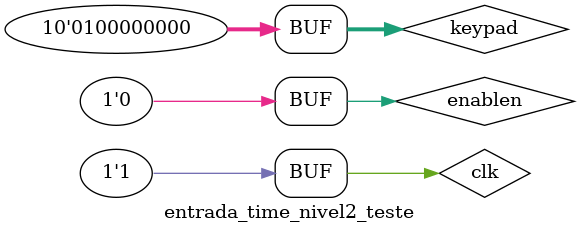
<source format=v>
`timescale 1ns/1ps
`include "entrada_time_nivel2.v"

module entrada_time_nivel2_teste();

    reg [9:0] keypad;
    reg enablen;
    reg clk;
    wire [3:0] D;
    wire loadn;
    wire pgt_1Hz;

    entrada_time_nivel2 DUT(
        .keypad(keypad),
        .enablen(enablen),
        .clk(clk),
        .D(D),
        .loadn(loadn),
        .pgt_1Hz(pgt_1Hz)
    );

    initial begin
        $dumpfile("entrada_time_nivel2_teste.vcd");
        $dumpvars(0, entrada_time_nivel2_teste);

            #1 keypad = 10'b1000000000;
            clk = 1;
            enablen = 0;
            repeat(201)
                #1 clk = ~clk;
            
            #1 keypad = 10'b0100000000;
            clk = 1;
            repeat(201)
                #1 clk = ~clk;

            #1 keypad = 10'b100000000;
            clk = 1;
            enablen = 1;
            repeat(201)
                #1 clk = ~clk;

            enablen = 0;
            repeat(201)
                #1 clk = ~clk;
            
    end
endmodule
</source>
